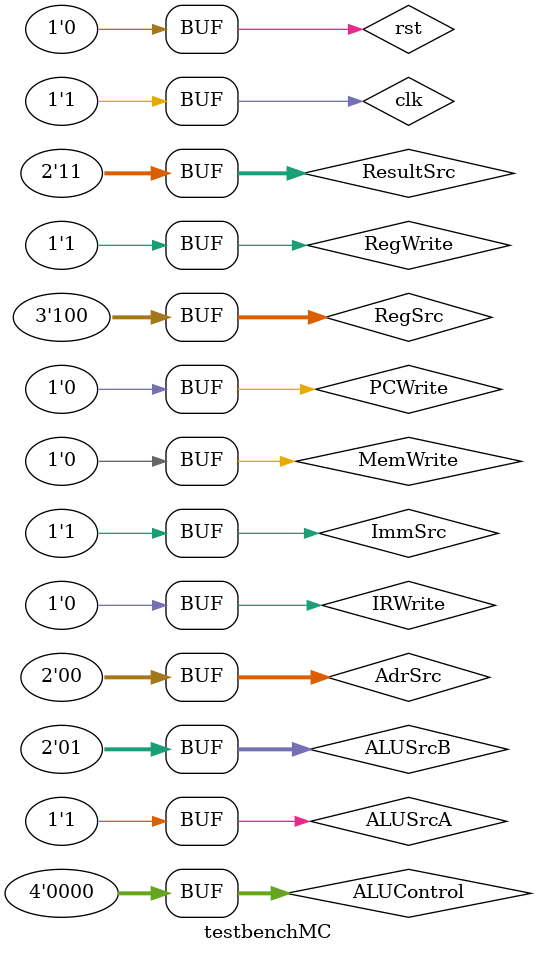
<source format=v>
/*

input wire	clk;
input wire	rst;
input wire	PCWrite;
input wire	MemWrite;
input wire	IRWrite;
input wire	ImmSrc;
input wire	RegWrite;
input wire	ALUSrcA;
input wire	[1:0] AdrSrc;
input wire	[3:0] ALUControl;
input wire	[1:0] ALUSrcB;
input wire	[2:0] RegSrc;
input wire	[1:0] ResultSrc;

*/
module testbenchMC();
//inputs are reg 
//outputs are wire
//assume that bus width is 3 to test the result
//inputs
reg	clk;
reg	rst;
reg	PCWrite;
reg	MemWrite;
reg	IRWrite;
reg	ImmSrc;
reg	RegWrite;
reg	ALUSrcA;
reg	[1:0] AdrSrc;
reg   [3:0] ALUControl;
reg	[1:0] ALUSrcB;
reg	[2:0] RegSrc;
reg	[1:0] ResultSrc;


//outputs
 wire	[3:0] ALU_flags;
 wire	[7:0] R1out;
 wire	[7:0] R2out;





// instantiate device under test
multiCycleDatapath_code DUT(
	clk,
	rst,
	PCWrite,
	MemWrite,
	IRWrite,
	ImmSrc,
	RegWrite,
	ALUSrcA,
	AdrSrc,
	ALUControl,
	ALUSrcB,
	RegSrc,
	ResultSrc,
	ALU_flags,
	R1out,
	R2out
);


initial
begin
rst=1;
#100;
rst=0;
PCWrite=0;
MemWrite=0;
IRWrite=0;
ImmSrc=1;
RegWrite=0;
ALUSrcA=1;
AdrSrc=2'b11;
ALUControl=4'b0000;
ALUSrcB=2'b11;
RegSrc=3'b000;
ResultSrc=2'b00;
end

// generate clock
always // no sensitivity list, so it always executes
	begin
	clk = 0; #50; clk = 1; #50;
	end
	
//change the input signals according to the instructions 
initial // no sensitivity list, so it always executes
	begin
//ADD instruction
//fetch
#100;
PCWrite=1;
IRWrite=1;
ALUSrcA=1;
AdrSrc=2'b00;
ALUControl=4'b0000;
ALUSrcB=2'b10;
ResultSrc=2'b10;

//decode
#100;
PCWrite=0;
MemWrite=0;
IRWrite=0;
RegWrite=0;
ALUSrcA=1;
ALUControl=4'b0000;
ALUSrcB=2'b10;
RegSrc=3'b100;
ResultSrc=2'b10;

//execute
#100;
ALUSrcA=0;
ALUControl=4'b0000;
ALUSrcB=2'b00;
RegSrc=3'b100;
ResultSrc=2'b10;
RegWrite=0;

//alu write back
#100;
ResultSrc=2'b00;
RegWrite=1;


//SUB instruction
//fetch
#100;
RegWrite=0;
PCWrite=1;
IRWrite=1;
ALUSrcA=1;
AdrSrc=2'b00;
ALUControl=4'b0000;
ALUSrcB=2'b10;
ResultSrc=2'b10;

//decode
#100;
PCWrite=0;
MemWrite=0;
IRWrite=0;
RegWrite=0;
ALUSrcA=1;
ALUControl=4'b0000;
ALUSrcB=2'b10;
RegSrc=3'b100;
ResultSrc=2'b10;

//execute
#100;
ALUSrcA=0;
ALUControl=4'b0001;
ALUSrcB=2'b00;
RegSrc=3'b100;
ResultSrc=2'b10;
RegWrite=0;

//alu write back
#100;
ResultSrc=2'b00;
RegWrite=1;


//AND instruction
//fetch
#100;
RegWrite=0;
PCWrite=1;
IRWrite=1;
ALUSrcA=1;
AdrSrc=2'b00;
ALUControl=4'b0000;
ALUSrcB=2'b10;
ResultSrc=2'b10;

//decode
#100;
PCWrite=0;
MemWrite=0;
IRWrite=0;
RegWrite=0;
ALUSrcA=1;
ALUControl=4'b0000;
ALUSrcB=2'b10;
RegSrc=3'b100;
ResultSrc=2'b10;

//execute
#100;
ALUSrcA=0;
ALUControl=4'b0010;
ALUSrcB=2'b00;
RegSrc=3'b100;
ResultSrc=2'b10;
RegWrite=0;

//alu write back
#100;
ResultSrc=2'b00;
RegWrite=1;


//ORR instruction
//fetch
#100;
RegWrite=0;
PCWrite=1;
IRWrite=1;
ALUSrcA=1;
AdrSrc=2'b00;
ALUControl=4'b0000;
ALUSrcB=2'b10;
ResultSrc=2'b10;

//decode
#100;
PCWrite=0;
MemWrite=0;
IRWrite=0;
RegWrite=0;
ALUSrcA=1;
ALUControl=4'b0000;
ALUSrcB=2'b10;
RegSrc=3'b100;
ResultSrc=2'b10;

//execute
#100;
ALUSrcA=0;
ALUControl=4'b0011;
ALUSrcB=2'b00;
RegSrc=3'b100;
ResultSrc=2'b10;
RegWrite=0;

//alu write back
#100;
ResultSrc=2'b00;
RegWrite=1;


//XOR instruction
//fetch
#100;
RegWrite=0;
PCWrite=1;
IRWrite=1;
ALUSrcA=1;
AdrSrc=2'b00;
ALUControl=4'b0000;
ALUSrcB=2'b10;
ResultSrc=2'b10;

//decode
#100;
PCWrite=0;
MemWrite=0;
IRWrite=0;
RegWrite=0;
ALUSrcA=1;
ALUControl=4'b0000;
ALUSrcB=2'b10;
RegSrc=3'b100;
ResultSrc=2'b10;

//execute
#100;
ALUSrcA=0;
ALUControl=4'b0100;
ALUSrcB=2'b00;
RegSrc=3'b100;
ResultSrc=2'b10;
RegWrite=0;

//alu write back
#100;
ResultSrc=2'b00;
RegWrite=1;


//CLR instruction
//fetch
#100;
RegWrite=0;
PCWrite=1;
IRWrite=1;
ALUSrcA=1;
AdrSrc=2'b00;
ALUControl=4'b0000;
ALUSrcB=2'b10;
ResultSrc=2'b10;

//decode
#100;
PCWrite=0;
MemWrite=0;
IRWrite=0;
RegWrite=0;
ALUSrcA=1;
ALUControl=4'b0000;
ALUSrcB=2'b10;
RegSrc=3'b100;
ResultSrc=2'b10;

//execute
#100;
ALUSrcA=0;
ALUControl=4'b0101;
ALUSrcB=2'b00;
RegSrc=3'b100;
ResultSrc=2'b10;
RegWrite=0;

//alu write back
#100;
ResultSrc=2'b00;
RegWrite=1;


//ROL instruction
//fetch
#100;
RegWrite=0;
PCWrite=1;
IRWrite=1;
ALUSrcA=1;
AdrSrc=2'b00;
ALUControl=4'b0000;
ALUSrcB=2'b10;
ResultSrc=2'b10;

//decode
#100;
PCWrite=0;
MemWrite=0;
IRWrite=0;
RegWrite=0;
ALUSrcA=1;
ALUControl=4'b0000;
ALUSrcB=2'b10;
RegSrc=3'b100;
ResultSrc=2'b10;

//execute
#100;
ALUSrcA=0;
ALUControl=4'b0110;
ALUSrcB=2'b00;
RegSrc=3'b100;
ResultSrc=2'b10;
RegWrite=0;

//alu write back
#100;
ResultSrc=2'b00;
RegWrite=1;


//ROR instruction
//fetch
#100;
RegWrite=0;
PCWrite=1;
IRWrite=1;
ALUSrcA=1;
AdrSrc=2'b00;
ALUControl=4'b0000;
ALUSrcB=2'b10;
ResultSrc=2'b10;

//decode
#100;
PCWrite=0;
MemWrite=0;
IRWrite=0;
RegWrite=0;
ALUSrcA=1;
ALUControl=4'b0000;
ALUSrcB=2'b10;
RegSrc=3'b100;
ResultSrc=2'b10;

//execute
#100;
ALUSrcA=0;
ALUControl=4'b0111;
ALUSrcB=2'b00;
RegSrc=3'b100;
ResultSrc=2'b10;
RegWrite=0;

//alu write back
#100;
ResultSrc=2'b00;
RegWrite=1;


//LSL instruction
//fetch
#100;
RegWrite=0;
PCWrite=1;
IRWrite=1;
ALUSrcA=1;
AdrSrc=2'b00;
ALUControl=4'b0000;
ALUSrcB=2'b10;
ResultSrc=2'b10;

//decode
#100;
PCWrite=0;
MemWrite=0;
IRWrite=0;
RegWrite=0;
ALUSrcA=1;
ALUControl=4'b0000;
ALUSrcB=2'b10;
RegSrc=3'b100;
ResultSrc=2'b10;

//execute
#100;
ALUSrcA=0;
ALUControl=4'b1000;
ALUSrcB=2'b00;
RegSrc=3'b100;
ResultSrc=2'b10;
RegWrite=0;

//alu write back
#100;
ResultSrc=2'b00;
RegWrite=1;


//ASR instruction
//fetch
#100;
RegWrite=0;
PCWrite=1;
IRWrite=1;
ALUSrcA=1;
AdrSrc=2'b00;
ALUControl=4'b0000;
ALUSrcB=2'b10;
ResultSrc=2'b10;

//decode
#100;
PCWrite=0;
MemWrite=0;
IRWrite=0;
RegWrite=0;
ALUSrcA=1;
ALUControl=4'b0000;
ALUSrcB=2'b10;
RegSrc=3'b100;
ResultSrc=2'b10;

//execute
#100;
ALUSrcA=0;
ALUControl=4'b1010;
ALUSrcB=2'b00;
RegSrc=3'b100;
ResultSrc=2'b10;
RegWrite=0;

//alu write back
#100;
ResultSrc=2'b00;
RegWrite=1;


//LSR instruction
//fetch
#100;
RegWrite=0;
PCWrite=1;
IRWrite=1;
ALUSrcA=1;
AdrSrc=2'b00;
ALUControl=4'b0000;
ALUSrcB=2'b10;
ResultSrc=2'b10;

//decode
#100;
PCWrite=0;
MemWrite=0;
IRWrite=0;
RegWrite=0;
ALUSrcA=1;
ALUControl=4'b0000;
ALUSrcB=2'b10;
RegSrc=3'b100;
ResultSrc=2'b10;

//execute
#100;
ALUSrcA=0;
ALUControl=4'b1001;
ALUSrcB=2'b00;
RegSrc=3'b100;
ResultSrc=2'b10;
RegWrite=0;

//alu write back
#100;
ResultSrc=2'b00;
RegWrite=1;
//shift and data processing operations are completed


//LDR instruction
//fetch-Cycle 1
#100;
RegWrite=0;
PCWrite=1;
IRWrite=1;
ALUSrcA=1;
AdrSrc=2'b00;
ALUControl=4'b0000;
ALUSrcB=2'b10;
ResultSrc=2'b10;

//decode Cycle 2
#100;
PCWrite=0;
MemWrite=0;
IRWrite=0;
RegWrite=0;
ALUSrcA=1;
ALUControl=4'b0000;
ALUSrcB=2'b10;
RegSrc=3'b100;
ResultSrc=2'b10;

//memADR Cycle 3
#100;
ImmSrc=0;
ALUSrcB=2'b01;
ALUSrcA=0;
ALUControl=4'b0000;

//memREAD Cycle 4
#100;
ResultSrc=2'b00;
AdrSrc=2'b01;
MemWrite=0;

//memWriteBack Cycle 5
#100;
ResultSrc=2'b01;
RegWrite=1;


//LDI instruction
//fetch-Cycle 1
#100;
RegWrite=0;
PCWrite=1;
IRWrite=1;
ALUSrcA=1;
AdrSrc=2'b00;
ALUControl=4'b0000;
ALUSrcB=2'b10;
ResultSrc=2'b10;

//decode Cycle 2
#100;
PCWrite=0;
MemWrite=0;
IRWrite=0;
RegWrite=0;
ALUSrcA=1;
ALUControl=4'b0000;
ALUSrcB=2'b10;
RegSrc=3'b100;
ResultSrc=2'b10;

//ALU write back for LDI cycle 3
#100;
ImmSrc=1;
ALUSrcB=2'b01;
ResultSrc=2'b11;
RegWrite=1;


//STR instruction
//fetch-Cycle 1
#100;
RegWrite=0;
PCWrite=1;
IRWrite=1;
ALUSrcA=1;
AdrSrc=2'b00;
ALUControl=4'b0000;
ALUSrcB=2'b10;
ResultSrc=2'b10;

//decode Cycle 2
#100;
PCWrite=0;
MemWrite=0;
IRWrite=0;
RegWrite=0;
ALUSrcA=1;
ALUControl=4'b0000;
ALUSrcB=2'b10;
RegSrc=3'b110;
ResultSrc=2'b10;

//memADR Cycle 3
#100;
ImmSrc=0;
ALUSrcB=2'b01;
ALUSrcA=0;
ALUControl=4'b0000;

//memWrite
#100;
ResultSrc=2'b00;
AdrSrc=2'b01;
MemWrite=1;


//LDR instruction
//fetch-Cycle 1
#100;
RegWrite=0;
MemWrite=0;
PCWrite=1;
IRWrite=1;
ALUSrcA=1;
AdrSrc=2'b00;
ALUControl=4'b0000;
ALUSrcB=2'b10;
ResultSrc=2'b10;

//decode Cycle 2
#100;
PCWrite=0;
MemWrite=0;
IRWrite=0;
RegWrite=0;
ALUSrcA=1;
ALUControl=4'b0000;
ALUSrcB=2'b10;
RegSrc=3'b100;
ResultSrc=2'b10;

//memADR Cycle 3
#100;
ImmSrc=0;
ALUSrcB=2'b01;
ALUSrcA=0;
ALUControl=4'b0000;

//memREAD Cycle 4
#100;
ResultSrc=2'b00;
AdrSrc=2'b01;
MemWrite=0;

//memWriteBack Cycle 5
#100;
ResultSrc=2'b01;
RegWrite=1;


//LDR and STR instructions are done 
//after that branch instructions 


//B instruction
//fetch-Cycle 1
#100;
RegWrite=0;
MemWrite=0;
PCWrite=1;
IRWrite=1;
ALUSrcA=1;
AdrSrc=2'b00;
ALUControl=4'b0000;
ALUSrcB=2'b10;
ResultSrc=2'b10;

//decode Cycle 2
#100;
PCWrite=0;
MemWrite=0;
IRWrite=0;
RegWrite=0;
ALUSrcA=1;
ALUControl=4'b0000;
ALUSrcB=2'b10;
RegSrc=3'b000;
ResultSrc=2'b10;


//branch cycle 3
#100;
PCWrite=1;
ALUSrcA=0;
ALUControl=4'b0000;
ALUSrcB=2'b01;
ResultSrc=2'b10;


//LDI instruction
//fetch-Cycle 1
#100;
RegWrite=0;
PCWrite=1;
IRWrite=1;
ALUSrcA=1;
AdrSrc=2'b00;
ALUControl=4'b0000;
ALUSrcB=2'b10;
ResultSrc=2'b10;

//decode Cycle 2
#100;
PCWrite=0;
MemWrite=0;
IRWrite=0;
RegWrite=0;
ALUSrcA=1;
ALUControl=4'b0000;
ALUSrcB=2'b10;
RegSrc=3'b100;
ResultSrc=2'b10;

//ALU write back for LDI cycle 3
#100;
ImmSrc=1;
ALUSrcB=2'b01;
ResultSrc=2'b11;
RegWrite=1;



//BL instruction
//fetch-Cycle 1
#100;
RegWrite=0;
MemWrite=0;
PCWrite=1;
IRWrite=1;
ALUSrcA=1;
AdrSrc=2'b00;
ALUControl=4'b0000;
ALUSrcB=2'b10;
ResultSrc=2'b10;

//decode Cycle 2
#100;
PCWrite=0;
MemWrite=0;
IRWrite=0;
RegWrite=0;
ALUSrcA=1;
ALUControl=4'b0000;
ALUSrcB=2'b10;
RegSrc=3'b001;
ResultSrc=2'b10;

//branch cycle 3
#100;
PCWrite=1;
ALUSrcA=0;
ALUControl=4'b0000;
ALUSrcB=2'b01;
ResultSrc=2'b10;
RegWrite=1;


//LDI instruction
//fetch-Cycle 1
#100;
RegWrite=0;
PCWrite=1;
IRWrite=1;
ALUSrcA=1;
AdrSrc=2'b00;
ALUControl=4'b0000;
ALUSrcB=2'b10;
ResultSrc=2'b10;

//decode Cycle 2
#100;
PCWrite=0;
MemWrite=0;
IRWrite=0;
RegWrite=0;
ALUSrcA=1;
ALUControl=4'b0000;
ALUSrcB=2'b10;
RegSrc=3'b100;
ResultSrc=2'b10;

//ALU write back for LDI cycle 3
#100;
ImmSrc=1;
ALUSrcB=2'b01;
ResultSrc=2'b11;
RegWrite=1;


//B instruction
//fetch-Cycle 1
#100;
RegWrite=0;
MemWrite=0;
PCWrite=1;
IRWrite=1;
ALUSrcA=1;
AdrSrc=2'b00;
ALUControl=4'b0000;
ALUSrcB=2'b10;
ResultSrc=2'b10;

//decode Cycle 2
#100;
PCWrite=0;
MemWrite=0;
IRWrite=0;
RegWrite=0;
ALUSrcA=1;
ALUControl=4'b0000;
ALUSrcB=2'b10;
RegSrc=3'b000;
ResultSrc=2'b10;


//branch cycle 3
#100;
PCWrite=1;
ALUSrcA=0;
ALUControl=4'b0000;
ALUSrcB=2'b01;
ResultSrc=2'b10;


//LDI instruction
//fetch-Cycle 1
#100;
RegWrite=0;
PCWrite=1;
IRWrite=1;
ALUSrcA=1;
AdrSrc=2'b00;
ALUControl=4'b0000;
ALUSrcB=2'b10;
ResultSrc=2'b10;

//decode Cycle 2
#100;
PCWrite=0;
MemWrite=0;
IRWrite=0;
RegWrite=0;
ALUSrcA=1;
ALUControl=4'b0000;
ALUSrcB=2'b10;
RegSrc=3'b100;
ResultSrc=2'b10;

//ALU write back for LDI cycle 3
#100;
ImmSrc=1;
ALUSrcB=2'b01;
ResultSrc=2'b11;
RegWrite=1;



//BI instruction
//fetch-Cycle 1
#100;
RegWrite=0;
PCWrite=1;
IRWrite=1;
ALUSrcA=1;
AdrSrc=2'b00;
ALUControl=4'b0000;
ALUSrcB=2'b10;
ResultSrc=2'b10;

//decode Cycle 2
#100;
PCWrite=0;
MemWrite=0;
IRWrite=0;
RegWrite=0;
ALUSrcA=1;
ALUControl=4'b0000;
ALUSrcB=2'b10;
RegSrc=3'b101;
ResultSrc=2'b10;

//bi pc write
#100; 
ALUSrcB=2'b00;
ResultSrc=2'b11;
PCWrite=1;




//LDI instruction
//fetch-Cycle 1
#100;
RegWrite=0;
PCWrite=1;
IRWrite=1;
ALUSrcA=1;
AdrSrc=2'b00;
ALUControl=4'b0000;
ALUSrcB=2'b10;
ResultSrc=2'b10;

//decode Cycle 2
#100;
PCWrite=0;
MemWrite=0;
IRWrite=0;
RegWrite=0;
ALUSrcA=1;
ALUControl=4'b0000;
ALUSrcB=2'b10;
RegSrc=3'b100;
ResultSrc=2'b10;

//ALU write back for LDI cycle 3
#100;
ImmSrc=1;
ALUSrcB=2'b01;
ResultSrc=2'b11;
RegWrite=1;

end
	
endmodule
</source>
